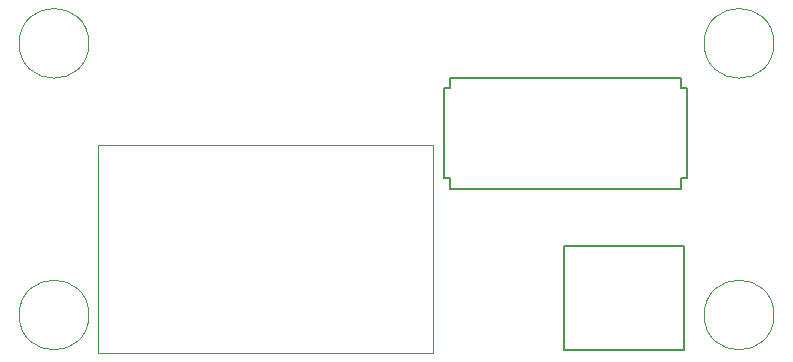
<source format=gbr>
G04 #@! TF.GenerationSoftware,KiCad,Pcbnew,(5.1.6-0-10_14)*
G04 #@! TF.CreationDate,2021-05-11T12:07:35-04:00*
G04 #@! TF.ProjectId,venti-zero,76656e74-692d-47a6-9572-6f2e6b696361,1.0*
G04 #@! TF.SameCoordinates,Original*
G04 #@! TF.FileFunction,Other,User*
%FSLAX46Y46*%
G04 Gerber Fmt 4.6, Leading zero omitted, Abs format (unit mm)*
G04 Created by KiCad (PCBNEW (5.1.6-0-10_14)) date 2021-05-11 12:07:35*
%MOMM*%
%LPD*%
G01*
G04 APERTURE LIST*
%ADD10C,0.152400*%
%ADD11C,0.150000*%
%ADD12C,0.050000*%
G04 APERTURE END LIST*
D10*
X154560000Y-105998000D02*
X154560000Y-106887000D01*
X154090100Y-105998000D02*
X154560000Y-105998000D01*
X154090100Y-98378000D02*
X154090100Y-105998000D01*
X154560000Y-98378000D02*
X154090100Y-98378000D01*
X154560000Y-97489000D02*
X154560000Y-98378000D01*
X174118000Y-97489000D02*
X154560000Y-97489000D01*
X174118000Y-98378000D02*
X174118000Y-97489000D01*
X174587900Y-98378000D02*
X174118000Y-98378000D01*
X174587900Y-105998000D02*
X174587900Y-98378000D01*
X174118000Y-105998000D02*
X174587900Y-105998000D01*
X174118000Y-106887000D02*
X174118000Y-105998000D01*
X154560000Y-106887000D02*
X174118000Y-106887000D01*
D11*
X174367000Y-120563000D02*
X174367000Y-111753000D01*
X164217000Y-120563000D02*
X174367000Y-120563000D01*
X164217000Y-111753000D02*
X164217000Y-120563000D01*
X174367000Y-111753000D02*
X164217000Y-111753000D01*
X174367000Y-111753000D02*
X174367000Y-111753000D01*
D12*
X123982000Y-94568000D02*
G75*
G03*
X123982000Y-94568000I-2950000J0D01*
G01*
X181982000Y-94568000D02*
G75*
G03*
X181982000Y-94568000I-2950000J0D01*
G01*
X181982000Y-117568000D02*
G75*
G03*
X181982000Y-117568000I-2950000J0D01*
G01*
X123982000Y-117568000D02*
G75*
G03*
X123982000Y-117568000I-2950000J0D01*
G01*
X124719000Y-120789500D02*
X124719000Y-103144500D01*
X153159000Y-120789500D02*
X124719000Y-120789500D01*
X153159000Y-103144500D02*
X153159000Y-120789500D01*
X124719000Y-103144500D02*
X153159000Y-103144500D01*
M02*

</source>
